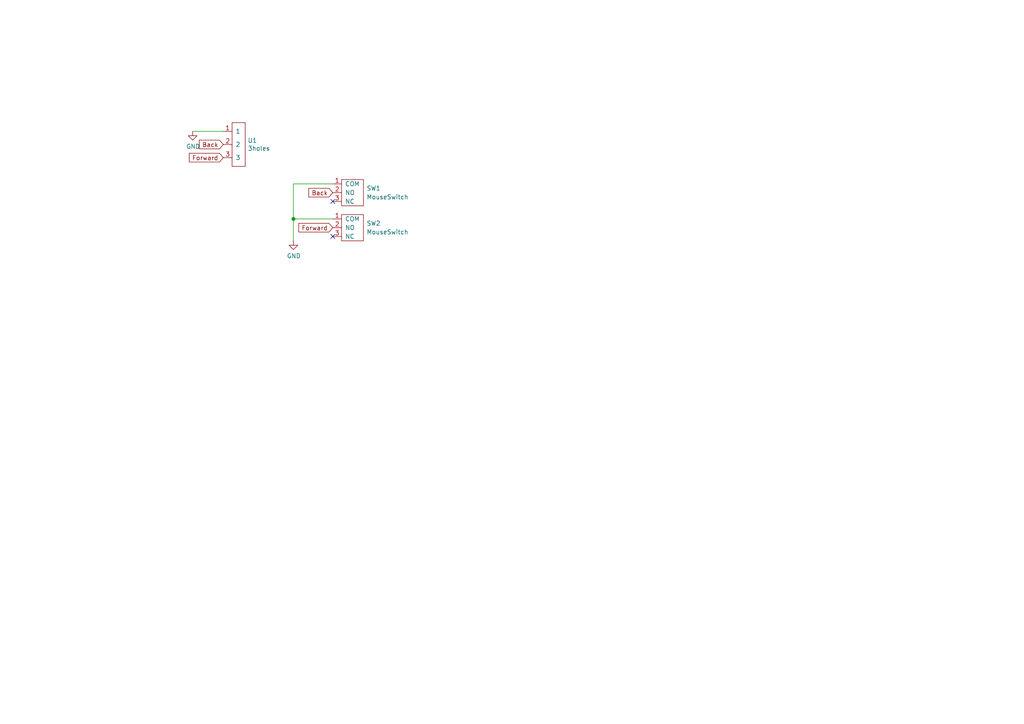
<source format=kicad_sch>
(kicad_sch (version 20211123) (generator eeschema)
  (paper "A4")
  (lib_symbols
    (symbol "133Library:3holes" (pin_names (offset 1.016))
      (property "Reference" "U" (at 0 0 0))
      (property "Value" "3holes" (at 0 2.54 0))
      (symbol "3holes_0_1"
        (rectangle (start 2.54 -12.7) (end 6.35 0))
        (pin input line (at 0 -2.54 0) (length 2.54) (name "1") (number "1"))
        (pin input line (at 0 -6.35 0) (length 2.54) (name "2") (number "2"))
        (pin input line (at 0 -10.16 0) (length 2.54) (name "3") (number "3"))
      )
    )
    (symbol "133Library:MouseSwitch" (pin_names (offset 1.016))
      (property "Reference" "SW" (at 0 3.81 0))
      (property "Value" "MouseSwitch" (at 0 1.27 0))
      (symbol "MouseSwitch_0_1"
        (rectangle (start -2.54 0) (end 3.81 -7.62))
      )
      (symbol "MouseSwitch_1_1"
        (pin input line (at -5.08 -1.27 0) (length 2.54) (name "COM") (number "1"))
        (pin input line (at -5.08 -3.81 0) (length 2.54) (name "NO") (number "2"))
        (pin input line (at -5.08 -6.35 0) (length 2.54) (name "NC") (number "3"))
      )
    )
    (symbol "power:GND" (power) (pin_names (offset 0))
      (property "Value" "GND" (at 0 -3.81 0))
      (symbol "GND_0_1"
        (polyline (pts (xy 0 0) (xy 0 -1.27) (xy 1.27 -1.27) (xy 0 -2.54) (xy -1.27 -1.27) (xy 0 -1.27)))
      )
      (symbol "GND_1_1"
        (pin power_in line (at 0 0 270) (length 0) hide (name "GND") (number "1"))
      )
    )
  )
  (junction (at 85.09 63.5))
  (no_connect (at 96.52 68.58))
  (no_connect (at 96.52 58.42))
  (wire (pts (xy 85.09 63.5) (xy 96.52 63.5)))
  (wire (pts (xy 85.09 63.5) (xy 85.09 69.85)))
  (wire (pts (xy 96.52 53.34) (xy 85.09 53.34)))
  (wire (pts (xy 55.88 38.1) (xy 64.77 38.1)))
  (wire (pts (xy 85.09 53.34) (xy 85.09 63.5)))
  (global_label "Back" (shape input) (at 64.77 41.91 180) (property "Intersheet References" "${INTERSHEET_REFS}" (effects hide)))
  (global_label "Forward" (shape input) (at 96.52 66.04 180) (property "Intersheet References" "${INTERSHEET_REFS}" (effects hide)))
  (global_label "Back" (shape input) (at 96.52 55.88 180) (property "Intersheet References" "${INTERSHEET_REFS}" (effects hide)))
  (global_label "Forward" (shape input) (at 64.77 45.72 180) (property "Intersheet References" "${INTERSHEET_REFS}" (effects hide)))
  (symbol (lib_id "133Library:3holes") (at 64.77 35.56 0) (unit 1)
    (property "Reference" "U1" (at 71.8312 40.7416 0) (effects (justify left)))
    (property "Value" "3holes" (at 71.8312 43.053 0) (effects (justify left)))
    (property "Footprint" "133Library:3holes" (effects hide))
  )
  (symbol (lib_id "power:GND") (at 55.88 38.1 0) (unit 1)
    (property "Reference" "#PWR0103" (effects hide))
    (property "Value" "GND" (at 56.007 42.4942 0))
  )
  (symbol (lib_id "power:GND") (at 85.09 69.85 0) (unit 1)
    (property "Reference" "#PWR0104" (effects hide))
    (property "Value" "GND" (at 85.217 74.2442 0))
  )
  (symbol (lib_id "133Library:MouseSwitch") (at 101.6 62.23 0) (unit 1)
    (property "Reference" "SW2" (at 106.299 64.7699 0) (effects (justify left)))
    (property "Value" "MouseSwitch" (at 106.299 67.3099 0) (effects (justify left)))
    (property "Footprint" "133Library:7305 Socket" (effects hide))
  )
  (symbol (lib_id "133Library:MouseSwitch") (at 101.6 52.07 0) (unit 1)
    (property "Reference" "SW1" (at 106.299 54.6099 0) (effects (justify left)))
    (property "Value" "MouseSwitch" (at 106.299 57.1499 0) (effects (justify left)))
    (property "Footprint" "133Library:7305 Socket" (effects hide))
  )
)
</source>
